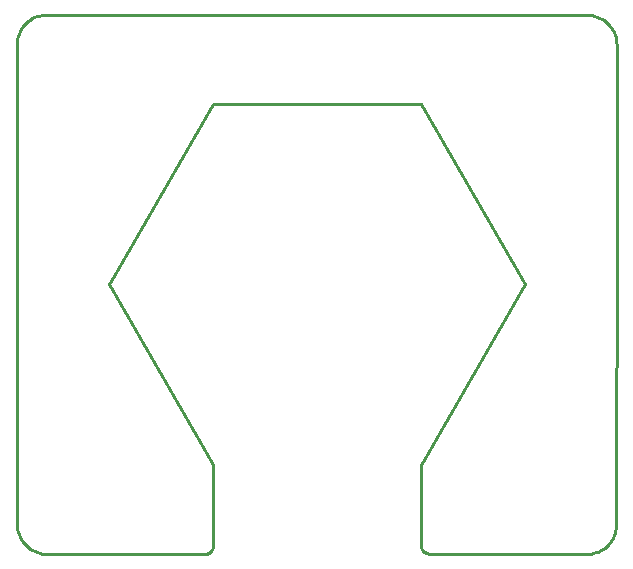
<source format=gbr>
G04 EAGLE Gerber RS-274X export*
G75*
%MOMM*%
%FSLAX34Y34*%
%LPD*%
%IN*%
%IPPOS*%
%AMOC8*
5,1,8,0,0,1.08239X$1,22.5*%
G01*
%ADD10C,0.254000*%


D10*
X-255016Y26416D02*
X-254895Y24159D01*
X-254578Y21921D01*
X-254067Y19719D01*
X-253367Y17570D01*
X-252481Y15491D01*
X-251418Y13496D01*
X-250185Y11602D01*
X-248791Y9822D01*
X-247248Y8171D01*
X-245567Y6660D01*
X-243760Y5302D01*
X-241842Y4106D01*
X-239827Y3082D01*
X-237730Y2238D01*
X-235568Y1579D01*
X-233357Y1111D01*
X-231113Y838D01*
X-228854Y762D01*
X-95758Y762D01*
X-95138Y789D01*
X-94523Y870D01*
X-93917Y1004D01*
X-93326Y1191D01*
X-92752Y1428D01*
X-92202Y1715D01*
X-91679Y2048D01*
X-91187Y2426D01*
X-90729Y2845D01*
X-90310Y3303D01*
X-89932Y3795D01*
X-89599Y4318D01*
X-89312Y4868D01*
X-89075Y5442D01*
X-88888Y6033D01*
X-88754Y6639D01*
X-88673Y7254D01*
X-88646Y7874D01*
X-88646Y76454D01*
X-90424Y79502D01*
X-176784Y229108D01*
X-175260Y231648D01*
X-88753Y381508D01*
X87376Y381508D01*
X175260Y229108D01*
X87122Y76454D01*
X87376Y8128D01*
X87392Y7519D01*
X87460Y6913D01*
X87581Y6316D01*
X87754Y5731D01*
X87977Y5164D01*
X88248Y4618D01*
X88566Y4099D01*
X88929Y3608D01*
X89332Y3152D01*
X89774Y2732D01*
X90251Y2352D01*
X90759Y2015D01*
X91294Y1724D01*
X91853Y1481D01*
X92430Y1287D01*
X93023Y1144D01*
X93626Y1054D01*
X94234Y1016D01*
X226060Y762D01*
X226822Y762D01*
X228994Y790D01*
X231156Y1008D01*
X233291Y1413D01*
X235382Y2003D01*
X237413Y2772D01*
X239370Y3716D01*
X241237Y4827D01*
X243001Y6096D01*
X244647Y7514D01*
X246163Y9070D01*
X247537Y10752D01*
X248760Y12548D01*
X249822Y14444D01*
X250714Y16424D01*
X251431Y18475D01*
X251966Y20581D01*
X252315Y22725D01*
X252476Y24892D01*
X253238Y289306D01*
X252984Y431292D01*
X252984Y431800D01*
X252887Y434014D01*
X252598Y436211D01*
X252119Y438374D01*
X251452Y440487D01*
X250604Y442535D01*
X249581Y444500D01*
X248390Y446369D01*
X247042Y448127D01*
X245545Y449761D01*
X243911Y451258D01*
X242153Y452606D01*
X240284Y453797D01*
X238319Y454820D01*
X236271Y455668D01*
X234158Y456335D01*
X231995Y456814D01*
X229798Y457103D01*
X227584Y457200D01*
X-229362Y457200D01*
X-231545Y457160D01*
X-233716Y456930D01*
X-235859Y456512D01*
X-237957Y455908D01*
X-239995Y455124D01*
X-241957Y454166D01*
X-243827Y453040D01*
X-245592Y451755D01*
X-247239Y450321D01*
X-248755Y448749D01*
X-250127Y447051D01*
X-251347Y445240D01*
X-252404Y443330D01*
X-253290Y441335D01*
X-253999Y439270D01*
X-254526Y437151D01*
X-254865Y434994D01*
X-255016Y432816D01*
X-255016Y26416D01*
M02*

</source>
